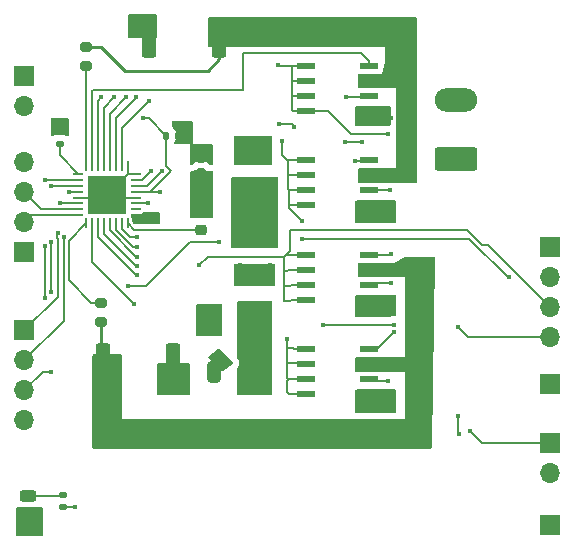
<source format=gbr>
%TF.GenerationSoftware,KiCad,Pcbnew,8.0.5*%
%TF.CreationDate,2024-10-31T12:59:41-07:00*%
%TF.ProjectId,team6_pcb,7465616d-365f-4706-9362-2e6b69636164,rev?*%
%TF.SameCoordinates,Original*%
%TF.FileFunction,Copper,L1,Top*%
%TF.FilePolarity,Positive*%
%FSLAX46Y46*%
G04 Gerber Fmt 4.6, Leading zero omitted, Abs format (unit mm)*
G04 Created by KiCad (PCBNEW 8.0.5) date 2024-10-31 12:59:41*
%MOMM*%
%LPD*%
G01*
G04 APERTURE LIST*
G04 Aperture macros list*
%AMRoundRect*
0 Rectangle with rounded corners*
0 $1 Rounding radius*
0 $2 $3 $4 $5 $6 $7 $8 $9 X,Y pos of 4 corners*
0 Add a 4 corners polygon primitive as box body*
4,1,4,$2,$3,$4,$5,$6,$7,$8,$9,$2,$3,0*
0 Add four circle primitives for the rounded corners*
1,1,$1+$1,$2,$3*
1,1,$1+$1,$4,$5*
1,1,$1+$1,$6,$7*
1,1,$1+$1,$8,$9*
0 Add four rect primitives between the rounded corners*
20,1,$1+$1,$2,$3,$4,$5,0*
20,1,$1+$1,$4,$5,$6,$7,0*
20,1,$1+$1,$6,$7,$8,$9,0*
20,1,$1+$1,$8,$9,$2,$3,0*%
G04 Aperture macros list end*
%TA.AperFunction,SMDPad,CuDef*%
%ADD10RoundRect,0.135000X0.185000X-0.135000X0.185000X0.135000X-0.185000X0.135000X-0.185000X-0.135000X0*%
%TD*%
%TA.AperFunction,ComponentPad*%
%ADD11RoundRect,0.250000X1.550000X-0.750000X1.550000X0.750000X-1.550000X0.750000X-1.550000X-0.750000X0*%
%TD*%
%TA.AperFunction,ComponentPad*%
%ADD12O,3.600000X2.000000*%
%TD*%
%TA.AperFunction,SMDPad,CuDef*%
%ADD13RoundRect,0.250000X-0.325000X-0.650000X0.325000X-0.650000X0.325000X0.650000X-0.325000X0.650000X0*%
%TD*%
%TA.AperFunction,SMDPad,CuDef*%
%ADD14R,1.500000X0.600000*%
%TD*%
%TA.AperFunction,SMDPad,CuDef*%
%ADD15RoundRect,0.250000X-0.362500X-1.425000X0.362500X-1.425000X0.362500X1.425000X-0.362500X1.425000X0*%
%TD*%
%TA.AperFunction,ComponentPad*%
%ADD16R,1.700000X1.700000*%
%TD*%
%TA.AperFunction,ComponentPad*%
%ADD17O,1.700000X1.700000*%
%TD*%
%TA.AperFunction,SMDPad,CuDef*%
%ADD18RoundRect,0.243750X0.456250X-0.243750X0.456250X0.243750X-0.456250X0.243750X-0.456250X-0.243750X0*%
%TD*%
%TA.AperFunction,SMDPad,CuDef*%
%ADD19RoundRect,0.250000X0.650000X-0.325000X0.650000X0.325000X-0.650000X0.325000X-0.650000X-0.325000X0*%
%TD*%
%TA.AperFunction,SMDPad,CuDef*%
%ADD20RoundRect,0.140000X-0.170000X0.140000X-0.170000X-0.140000X0.170000X-0.140000X0.170000X0.140000X0*%
%TD*%
%TA.AperFunction,SMDPad,CuDef*%
%ADD21RoundRect,0.200000X0.275000X-0.200000X0.275000X0.200000X-0.275000X0.200000X-0.275000X-0.200000X0*%
%TD*%
%TA.AperFunction,SMDPad,CuDef*%
%ADD22RoundRect,0.140000X0.140000X0.170000X-0.140000X0.170000X-0.140000X-0.170000X0.140000X-0.170000X0*%
%TD*%
%TA.AperFunction,SMDPad,CuDef*%
%ADD23RoundRect,0.225000X-0.250000X0.225000X-0.250000X-0.225000X0.250000X-0.225000X0.250000X0.225000X0*%
%TD*%
%TA.AperFunction,SMDPad,CuDef*%
%ADD24RoundRect,0.250000X-0.650000X0.325000X-0.650000X-0.325000X0.650000X-0.325000X0.650000X0.325000X0*%
%TD*%
%TA.AperFunction,SMDPad,CuDef*%
%ADD25RoundRect,0.200000X-0.275000X0.200000X-0.275000X-0.200000X0.275000X-0.200000X0.275000X0.200000X0*%
%TD*%
%TA.AperFunction,SMDPad,CuDef*%
%ADD26RoundRect,0.062500X-0.062500X0.375000X-0.062500X-0.375000X0.062500X-0.375000X0.062500X0.375000X0*%
%TD*%
%TA.AperFunction,SMDPad,CuDef*%
%ADD27RoundRect,0.062500X-0.375000X0.062500X-0.375000X-0.062500X0.375000X-0.062500X0.375000X0.062500X0*%
%TD*%
%TA.AperFunction,HeatsinkPad*%
%ADD28C,0.500000*%
%TD*%
%TA.AperFunction,HeatsinkPad*%
%ADD29R,3.300000X3.300000*%
%TD*%
%TA.AperFunction,SMDPad,CuDef*%
%ADD30RoundRect,0.250000X0.362500X1.425000X-0.362500X1.425000X-0.362500X-1.425000X0.362500X-1.425000X0*%
%TD*%
%TA.AperFunction,ViaPad*%
%ADD31C,0.450000*%
%TD*%
%TA.AperFunction,Conductor*%
%ADD32C,0.200000*%
%TD*%
%TA.AperFunction,Conductor*%
%ADD33C,0.254000*%
%TD*%
G04 APERTURE END LIST*
D10*
%TO.P,R3,1,1*%
%TO.N,VCC_IO*%
X109781250Y-114457500D03*
%TO.P,R3,2,2*%
%TO.N,Net-(D1-A)*%
X109781250Y-113437500D03*
%TD*%
D11*
%TO.P,P9,1,Pin_1*%
%TO.N,VM*%
X143000000Y-85000000D03*
D12*
%TO.P,P9,2,Pin_2*%
%TO.N,GND*%
X143000000Y-80000000D03*
%TD*%
D13*
%TO.P,C8,1,1*%
%TO.N,GND*%
X122525000Y-99000000D03*
%TO.P,C8,2,2*%
%TO.N,VM*%
X125475000Y-99000000D03*
%TD*%
D14*
%TO.P,Q3,1,S*%
%TO.N,VM*%
X135700000Y-104905000D03*
%TO.P,Q3,2,G1*%
%TO.N,HB2*%
X135700000Y-103635000D03*
%TO.P,Q3,3,S2*%
%TO.N,SRB*%
X135700000Y-102365000D03*
%TO.P,Q3,4,G2*%
%TO.N,LB2*%
X135700000Y-101095000D03*
%TO.P,Q3,5,D2_1*%
%TO.N,B2*%
X130300000Y-101095000D03*
%TO.P,Q3,6,D2_2*%
X130300000Y-102365000D03*
%TO.P,Q3,7,D1_1*%
X130300000Y-103635000D03*
%TO.P,Q3,8,D1_2*%
X130300000Y-104905000D03*
%TD*%
D15*
%TO.P,R5,1,1*%
%TO.N,SRB*%
X113162500Y-102250000D03*
%TO.P,R5,2,2*%
%TO.N,GND*%
X119087500Y-102250000D03*
%TD*%
D16*
%TO.P,P8,1,Pin_1*%
%TO.N,VCC_IO*%
X106437500Y-78000000D03*
D17*
%TO.P,P8,2,Pin_2*%
%TO.N,GND*%
X106437500Y-80540000D03*
%TD*%
D14*
%TO.P,Q4,1,S*%
%TO.N,VM*%
X135700000Y-96905000D03*
%TO.P,Q4,2,G1*%
%TO.N,HB1*%
X135700000Y-95635000D03*
%TO.P,Q4,3,S2*%
%TO.N,SRB*%
X135700000Y-94365000D03*
%TO.P,Q4,4,G2*%
%TO.N,LB1*%
X135700000Y-93095000D03*
%TO.P,Q4,5,D2_1*%
%TO.N,B1*%
X130300000Y-93095000D03*
%TO.P,Q4,6,D2_2*%
X130300000Y-94365000D03*
%TO.P,Q4,7,D1_1*%
X130300000Y-95635000D03*
%TO.P,Q4,8,D1_2*%
X130300000Y-96905000D03*
%TD*%
%TO.P,Q1,1,S*%
%TO.N,VM*%
X135700000Y-80905000D03*
%TO.P,Q1,2,G1*%
%TO.N,HA2*%
X135700000Y-79635000D03*
%TO.P,Q1,3,S2*%
%TO.N,SRA*%
X135700000Y-78365000D03*
%TO.P,Q1,4,G2*%
%TO.N,LA2*%
X135700000Y-77095000D03*
%TO.P,Q1,5,D2_1*%
%TO.N,A2*%
X130300000Y-77095000D03*
%TO.P,Q1,6,D2_2*%
X130300000Y-78365000D03*
%TO.P,Q1,7,D1_1*%
X130300000Y-79635000D03*
%TO.P,Q1,8,D1_2*%
X130300000Y-80905000D03*
%TD*%
D16*
%TO.P,P2,1,Pin_1*%
%TO.N,Net-(IC1-DIR)*%
X151000000Y-109000000D03*
D17*
%TO.P,P2,2,Pin_2*%
%TO.N,Net-(IC1-STEP)*%
X151000000Y-111540000D03*
%TD*%
D18*
%TO.P,D1,1,K*%
%TO.N,GND*%
X106781250Y-115375000D03*
%TO.P,D1,2,A*%
%TO.N,Net-(D1-A)*%
X106781250Y-113500000D03*
%TD*%
D19*
%TO.P,C6,1,1*%
%TO.N,GND*%
X126000000Y-94475000D03*
%TO.P,C6,2,2*%
%TO.N,VM*%
X126000000Y-91525000D03*
%TD*%
D20*
%TO.P,C2,1,1*%
%TO.N,GND*%
X109474000Y-82730400D03*
%TO.P,C2,2,2*%
%TO.N,Net-(IC1-5V_OUT)*%
X109474000Y-83690400D03*
%TD*%
D16*
%TO.P,P3,1,Pin_1*%
%TO.N,SG_TEST*%
X106451400Y-92887800D03*
D17*
%TO.P,P3,2,Pin_2*%
%TO.N,CLK16*%
X106451400Y-90347800D03*
%TO.P,P3,3,Pin_3*%
%TO.N,DRV_EN*%
X106451400Y-87807800D03*
%TO.P,P3,4,Pin_4*%
%TO.N,GND*%
X106451400Y-85267800D03*
%TD*%
D20*
%TO.P,C4,1,1*%
%TO.N,GND*%
X121437500Y-85040000D03*
%TO.P,C4,2,2*%
%TO.N,VM*%
X121437500Y-86000000D03*
%TD*%
D21*
%TO.P,R1,1,1*%
%TO.N,Net-(IC1-SRA)*%
X111683800Y-77152000D03*
%TO.P,R1,2,2*%
%TO.N,SRA*%
X111683800Y-75502000D03*
%TD*%
D16*
%TO.P,P10,1,Pin_1*%
%TO.N,A2*%
X151000000Y-92460000D03*
D17*
%TO.P,P10,2,Pin_2*%
%TO.N,A1*%
X151000000Y-95000000D03*
%TO.P,P10,3,Pin_3*%
%TO.N,B1*%
X151000000Y-97540000D03*
%TO.P,P10,4,Pin_4*%
%TO.N,B2*%
X151000000Y-100080000D03*
%TD*%
D16*
%TO.P,P5,1,Pin_1*%
%TO.N,GND*%
X151000000Y-116000000D03*
%TD*%
D22*
%TO.P,C3,1,1*%
%TO.N,GND*%
X119480000Y-83000000D03*
%TO.P,C3,2,2*%
%TO.N,VCC_IO*%
X118520000Y-83000000D03*
%TD*%
D23*
%TO.P,C1,1,1*%
%TO.N,VM*%
X121437500Y-89450000D03*
%TO.P,C1,2,2*%
%TO.N,Net-(IC1-VHS)*%
X121437500Y-91000000D03*
%TD*%
D13*
%TO.P,C7,1,1*%
%TO.N,GND*%
X122525000Y-103000000D03*
%TO.P,C7,2,2*%
%TO.N,VM*%
X125475000Y-103000000D03*
%TD*%
D16*
%TO.P,P4,1,Pin_1*%
%TO.N,GND*%
X151000000Y-104000000D03*
%TD*%
D24*
%TO.P,C5,1,1*%
%TO.N,GND*%
X126000000Y-84525000D03*
%TO.P,C5,2,2*%
%TO.N,VM*%
X126000000Y-87475000D03*
%TD*%
D16*
%TO.P,P1,1,Pin_1*%
%TO.N,CSN*%
X106500000Y-99450000D03*
D17*
%TO.P,P1,2,Pin_2*%
%TO.N,SCK*%
X106500000Y-101990000D03*
%TO.P,P1,3,Pin_3*%
%TO.N,SDI*%
X106500000Y-104530000D03*
%TO.P,P1,4,Pin_4*%
%TO.N,SDO*%
X106500000Y-107070000D03*
%TD*%
D25*
%TO.P,R2,1,1*%
%TO.N,Net-(IC1-SRB)*%
X113000000Y-97175000D03*
%TO.P,R2,2,2*%
%TO.N,SRB*%
X113000000Y-98825000D03*
%TD*%
D26*
%TO.P,IC1,1,GND_1*%
%TO.N,GND*%
X115229200Y-85565500D03*
%TO.P,IC1,2,HA1*%
%TO.N,HA1*%
X114729200Y-85565500D03*
%TO.P,IC1,3,HA2*%
%TO.N,HA2*%
X114229200Y-85565500D03*
%TO.P,IC1,4,BMA2*%
%TO.N,A2*%
X113729200Y-85565500D03*
%TO.P,IC1,5,BMA1*%
%TO.N,A1*%
X113229200Y-85565500D03*
%TO.P,IC1,6,LA1*%
%TO.N,LA1*%
X112729200Y-85565500D03*
%TO.P,IC1,7,LA2*%
%TO.N,LA2*%
X112229200Y-85565500D03*
%TO.P,IC1,8,SRA*%
%TO.N,Net-(IC1-SRA)*%
X111729200Y-85565500D03*
D27*
%TO.P,IC1,9,5V_OUT*%
%TO.N,Net-(IC1-5V_OUT)*%
X111041700Y-86253000D03*
%TO.P,IC1,10,SDO*%
%TO.N,SDO*%
X111041700Y-86753000D03*
%TO.P,IC1,11,SDI*%
%TO.N,SDI*%
X111041700Y-87253000D03*
%TO.P,IC1,12,SCK*%
%TO.N,SCK*%
X111041700Y-87753000D03*
%TO.P,IC1,13,GND_2*%
%TO.N,GND*%
X111041700Y-88253000D03*
%TO.P,IC1,14,~{CS}*%
%TO.N,CSN*%
X111041700Y-88753000D03*
%TO.P,IC1,15,~{EN}*%
%TO.N,DRV_EN*%
X111041700Y-89253000D03*
%TO.P,IC1,16,CLK*%
%TO.N,CLK16*%
X111041700Y-89753000D03*
D26*
%TO.P,IC1,17,SRB*%
%TO.N,Net-(IC1-SRB)*%
X111729200Y-90440500D03*
%TO.P,IC1,18,LB2*%
%TO.N,LB2*%
X112229200Y-90440500D03*
%TO.P,IC1,19,LB1*%
%TO.N,LB1*%
X112729200Y-90440500D03*
%TO.P,IC1,20,BMB1*%
%TO.N,B1*%
X113229200Y-90440500D03*
%TO.P,IC1,21,BMB2*%
%TO.N,B2*%
X113729200Y-90440500D03*
%TO.P,IC1,22,HB2*%
%TO.N,HB2*%
X114229200Y-90440500D03*
%TO.P,IC1,23,HB1*%
%TO.N,HB1*%
X114729200Y-90440500D03*
%TO.P,IC1,24,VHS*%
%TO.N,Net-(IC1-VHS)*%
X115229200Y-90440500D03*
D27*
%TO.P,IC1,25,VS*%
%TO.N,VM*%
X115916700Y-89753000D03*
%TO.P,IC1,26,TST_ANA*%
%TO.N,unconnected-(IC1-TST_ANA-Pad26)*%
X115916700Y-89253000D03*
%TO.P,IC1,27,SG_TST*%
%TO.N,SG_TEST*%
X115916700Y-88753000D03*
%TO.P,IC1,28,GNDP*%
%TO.N,GND*%
X115916700Y-88253000D03*
%TO.P,IC1,29,VCC_IO*%
%TO.N,VCC_IO*%
X115916700Y-87753000D03*
%TO.P,IC1,30,DIR*%
%TO.N,Net-(IC1-DIR)*%
X115916700Y-87253000D03*
%TO.P,IC1,31,STEP*%
%TO.N,Net-(IC1-STEP)*%
X115916700Y-86753000D03*
%TO.P,IC1,32,TST_MODE*%
%TO.N,GND*%
X115916700Y-86253000D03*
D28*
%TO.P,IC1,33,GND_PAD*%
X114479200Y-87003000D03*
X113479200Y-87003000D03*
X112479200Y-87003000D03*
X114479200Y-88003000D03*
X113479200Y-88003000D03*
D29*
X113479200Y-88003000D03*
D28*
X112479200Y-88003000D03*
X114479200Y-89003000D03*
X113479200Y-89003000D03*
X112479200Y-89003000D03*
%TD*%
D14*
%TO.P,Q2,1,S*%
%TO.N,VM*%
X135700000Y-88905000D03*
%TO.P,Q2,2,G1*%
%TO.N,HA1*%
X135700000Y-87635000D03*
%TO.P,Q2,3,S2*%
%TO.N,SRA*%
X135700000Y-86365000D03*
%TO.P,Q2,4,G2*%
%TO.N,LA1*%
X135700000Y-85095000D03*
%TO.P,Q2,5,D2_1*%
%TO.N,A1*%
X130300000Y-85095000D03*
%TO.P,Q2,6,D2_2*%
X130300000Y-86365000D03*
%TO.P,Q2,7,D1_1*%
X130300000Y-87635000D03*
%TO.P,Q2,8,D1_2*%
X130300000Y-88905000D03*
%TD*%
D30*
%TO.P,R4,1,1*%
%TO.N,SRA*%
X122962500Y-74750000D03*
%TO.P,R4,2,2*%
%TO.N,GND*%
X117037500Y-74750000D03*
%TD*%
D31*
%TO.N,GND*%
X107281250Y-116437500D03*
X120250000Y-82250000D03*
X121750000Y-84250000D03*
X124750000Y-84250000D03*
X121500000Y-98250000D03*
X123000000Y-101500000D03*
X119750000Y-104250000D03*
X121000000Y-84250000D03*
X116000000Y-74500000D03*
X109750000Y-82000000D03*
X122500000Y-101750000D03*
X120250000Y-102750000D03*
X109250000Y-82000000D03*
X120250000Y-103500000D03*
X123250000Y-102000000D03*
X121500000Y-99000000D03*
X115750000Y-73000000D03*
X123500000Y-102500000D03*
X124750000Y-85000000D03*
X122750000Y-97750000D03*
X122000000Y-97750000D03*
X118500000Y-104250000D03*
X115750000Y-74000000D03*
X124750000Y-94000000D03*
X118000000Y-102750000D03*
X118000000Y-103500000D03*
X119500000Y-82250000D03*
X116000000Y-73500000D03*
X124750000Y-83500000D03*
X127250000Y-95250000D03*
X106281250Y-116437500D03*
X124750000Y-95250000D03*
X121500000Y-99750000D03*
X120250000Y-83000000D03*
X127250000Y-94000000D03*
%TO.N,VM*%
X121000000Y-88500000D03*
X135000000Y-106000000D03*
X137000000Y-82000000D03*
X135000000Y-90000000D03*
X136000000Y-98000000D03*
X137000000Y-105000000D03*
X124500000Y-87000000D03*
X127000000Y-104000000D03*
X127000000Y-102000000D03*
X127500000Y-88000000D03*
X122000000Y-87000000D03*
X117250000Y-90000000D03*
X126500000Y-88500000D03*
X126000000Y-97500000D03*
X126500000Y-90500000D03*
X137000000Y-89000000D03*
X121000000Y-87000000D03*
X121500000Y-88000000D03*
X136000000Y-90000000D03*
X127000000Y-100000000D03*
X127500000Y-92000000D03*
X137500000Y-97500000D03*
X137000000Y-97000000D03*
X137000000Y-106000000D03*
X127000000Y-103000000D03*
X125000000Y-97500000D03*
X127000000Y-98000000D03*
X136000000Y-106000000D03*
X122000000Y-88500000D03*
X137000000Y-81000000D03*
X124500000Y-92000000D03*
X135000000Y-82000000D03*
X125500000Y-90500000D03*
X137000000Y-98000000D03*
X137500000Y-105500000D03*
X127500000Y-91000000D03*
X127000000Y-99000000D03*
X135000000Y-98000000D03*
X126000000Y-104500000D03*
X125000000Y-104500000D03*
X127500000Y-87000000D03*
X124500000Y-88000000D03*
X125500000Y-101500000D03*
X124500000Y-91000000D03*
X125500000Y-100500000D03*
X137000000Y-90000000D03*
X125500000Y-88500000D03*
X137500000Y-89500000D03*
X137500000Y-81500000D03*
X136000000Y-82000000D03*
%TO.N,VCC_IO*%
X116535200Y-81508600D03*
X123000000Y-92000000D03*
X110781250Y-114437500D03*
X118000000Y-87750000D03*
X115250000Y-95750000D03*
%TO.N,HB2*%
X137250000Y-103750000D03*
X116000000Y-92400003D03*
%TO.N,A1*%
X130000000Y-90250000D03*
X114084465Y-79771800D03*
X147500000Y-95000000D03*
X128320800Y-83464400D03*
X130000000Y-91725000D03*
%TO.N,SDI*%
X108776098Y-91981063D03*
X108775000Y-87278000D03*
X108775000Y-96250000D03*
X108775000Y-103000000D03*
%TO.N,LA1*%
X134467600Y-85115400D03*
X113004600Y-79771800D03*
%TO.N,Net-(IC1-DIR)*%
X144246600Y-108000800D03*
X118160800Y-85979000D03*
%TO.N,SG_TEST*%
X117000000Y-88750000D03*
%TO.N,Net-(IC1-STEP)*%
X117221000Y-86004400D03*
%TO.N,LB2*%
X137775007Y-99649521D03*
X115750000Y-97250000D03*
X143225000Y-106750000D03*
X143250000Y-108250000D03*
%TO.N,HB1*%
X116000000Y-91600000D03*
X137500000Y-95500000D03*
%TO.N,SDO*%
X108250000Y-92362800D03*
X108250000Y-96750000D03*
X108250000Y-86750000D03*
%TO.N,A2*%
X137312400Y-82900000D03*
X127939800Y-76987400D03*
X115112800Y-79771800D03*
%TO.N,SCK*%
X109815621Y-91624843D03*
X110250000Y-87778000D03*
%TO.N,B2*%
X137750000Y-99000000D03*
X116000000Y-93250000D03*
X131750000Y-99000000D03*
X128750000Y-100250000D03*
X143225000Y-99250000D03*
%TO.N,CSN*%
X109487200Y-88728000D03*
X109300000Y-91229073D03*
%TO.N,B1*%
X116000000Y-94050003D03*
X121250000Y-94000000D03*
%TO.N,HA2*%
X133756400Y-79730600D03*
X129362200Y-82270600D03*
X128025600Y-82042000D03*
X115951000Y-79771800D03*
%TO.N,HA1*%
X133629400Y-83566000D03*
X137439400Y-87579200D03*
X135102600Y-83566000D03*
X117043200Y-80060800D03*
%TO.N,LB1*%
X116000000Y-94850006D03*
X137500000Y-93000000D03*
%TD*%
D32*
%TO.N,Net-(IC1-5V_OUT)*%
X109474000Y-84685300D02*
X111041700Y-86253000D01*
X109474000Y-83690400D02*
X109474000Y-84685300D01*
%TO.N,GND*%
X111041700Y-88253000D02*
X112229200Y-88253000D01*
X114479200Y-87003000D02*
X115229200Y-86253000D01*
X115229200Y-86253000D02*
X115916700Y-86253000D01*
X115916700Y-88253000D02*
X114729200Y-88253000D01*
X112229200Y-88253000D02*
X112479200Y-88003000D01*
X115229200Y-86253000D02*
X115229200Y-85565500D01*
X114729200Y-88253000D02*
X114479200Y-88003000D01*
%TO.N,Net-(IC1-VHS)*%
X115788700Y-91000000D02*
X121437500Y-91000000D01*
X115229200Y-90440500D02*
X115788700Y-91000000D01*
%TO.N,VCC_IO*%
X109781250Y-114457500D02*
X110761250Y-114457500D01*
X120500000Y-92000000D02*
X123000000Y-92000000D01*
X118520000Y-85576200D02*
X118520000Y-83000000D01*
X115916700Y-87753000D02*
X117148800Y-87753000D01*
X117151800Y-87750000D02*
X117148800Y-87753000D01*
X115250000Y-95750000D02*
X116750000Y-95750000D01*
X118520000Y-83000000D02*
X117028600Y-81508600D01*
X110761250Y-114457500D02*
X110781250Y-114437500D01*
X116750000Y-95750000D02*
X120500000Y-92000000D01*
X118922800Y-85979000D02*
X118520000Y-85576200D01*
X117148800Y-87753000D02*
X118922800Y-85979000D01*
X118000000Y-87750000D02*
X117151800Y-87750000D01*
X117028600Y-81508600D02*
X116535200Y-81508600D01*
%TO.N,Net-(D1-A)*%
X109718750Y-113500000D02*
X109781250Y-113437500D01*
X106781250Y-113500000D02*
X109718750Y-113500000D01*
%TO.N,HB2*%
X135815000Y-103750000D02*
X135700000Y-103635000D01*
X137250000Y-103750000D02*
X135815000Y-103750000D01*
X115671131Y-92400003D02*
X116000000Y-92400003D01*
X114229200Y-90958072D02*
X115671131Y-92400003D01*
X114229200Y-90440500D02*
X114229200Y-90958072D01*
%TO.N,A1*%
X128879600Y-87655400D02*
X128879600Y-88925400D01*
X113229200Y-80627065D02*
X114084465Y-79771800D01*
X128778000Y-86258400D02*
X128778000Y-87553800D01*
X128798400Y-85095000D02*
X130300000Y-85095000D01*
X128879600Y-88925400D02*
X128900000Y-88905000D01*
X128778000Y-85115400D02*
X128778000Y-86258400D01*
X128859200Y-87635000D02*
X130300000Y-87635000D01*
X128884600Y-86365000D02*
X130300000Y-86365000D01*
X113229200Y-85565500D02*
X113229200Y-80627065D01*
X128320800Y-83464400D02*
X128320800Y-84658200D01*
X128320800Y-84658200D02*
X128778000Y-85115400D01*
X128879600Y-88925400D02*
X128879600Y-89129600D01*
X128879600Y-89129600D02*
X130000000Y-90250000D01*
X130000000Y-91725000D02*
X144159314Y-91725000D01*
X144159314Y-91725000D02*
X147434314Y-95000000D01*
X128900000Y-88905000D02*
X130300000Y-88905000D01*
X147434314Y-95000000D02*
X147500000Y-95000000D01*
X128778000Y-85115400D02*
X128798400Y-85095000D01*
X128778000Y-86258400D02*
X128884600Y-86365000D01*
X128778000Y-87553800D02*
X128859200Y-87635000D01*
X128859200Y-87635000D02*
X128879600Y-87655400D01*
%TO.N,SDI*%
X108030000Y-103000000D02*
X106500000Y-104530000D01*
X108776098Y-96251098D02*
X108775000Y-96250000D01*
X108775000Y-103000000D02*
X108030000Y-103000000D01*
X108800000Y-87253000D02*
X108775000Y-87278000D01*
X108776098Y-96353768D02*
X108776098Y-96251098D01*
X108776098Y-91981063D02*
X108776098Y-95039588D01*
X111041700Y-87253000D02*
X108800000Y-87253000D01*
X108776098Y-95039588D02*
X108776098Y-96353768D01*
%TO.N,LA1*%
X112729200Y-85565500D02*
X112729200Y-80047200D01*
X135679600Y-85115400D02*
X135700000Y-85095000D01*
X112729200Y-80047200D02*
X113004600Y-79771800D01*
X134467600Y-85115400D02*
X135679600Y-85115400D01*
%TO.N,Net-(IC1-DIR)*%
X115916700Y-87253000D02*
X116886800Y-87253000D01*
X116886800Y-87253000D02*
X118160800Y-85979000D01*
X145245800Y-109000000D02*
X151000000Y-109000000D01*
X144246600Y-108000800D02*
X145245800Y-109000000D01*
%TO.N,SG_TEST*%
X116997000Y-88753000D02*
X117000000Y-88750000D01*
X115916700Y-88753000D02*
X116997000Y-88753000D01*
%TO.N,CLK16*%
X111041700Y-89753000D02*
X107046200Y-89753000D01*
X107046200Y-89753000D02*
X106451400Y-90347800D01*
%TO.N,Net-(IC1-STEP)*%
X115916700Y-86753000D02*
X116472400Y-86753000D01*
X116472400Y-86753000D02*
X117221000Y-86004400D01*
%TO.N,Net-(IC1-SRB)*%
X111729200Y-90440500D02*
X110250000Y-91919700D01*
X110250000Y-95250000D02*
X112175000Y-97175000D01*
X112175000Y-97175000D02*
X113000000Y-97175000D01*
X110250000Y-91919700D02*
X110250000Y-95250000D01*
%TO.N,LB2*%
X112229200Y-90440500D02*
X112229200Y-93729200D01*
X143225000Y-106750000D02*
X143225000Y-108225000D01*
X112229200Y-93729200D02*
X115750000Y-97250000D01*
X136329528Y-101095000D02*
X137775007Y-99649521D01*
X135700000Y-101095000D02*
X136329528Y-101095000D01*
X143225000Y-108225000D02*
X143250000Y-108250000D01*
%TO.N,HB1*%
X137500000Y-95500000D02*
X135835000Y-95500000D01*
X114729200Y-90892386D02*
X115436814Y-91600000D01*
X115436814Y-91600000D02*
X116000000Y-91600000D01*
X114729200Y-90440500D02*
X114729200Y-90892386D01*
X135835000Y-95500000D02*
X135700000Y-95635000D01*
%TO.N,SDO*%
X108253000Y-86753000D02*
X108250000Y-86750000D01*
X108250000Y-95000000D02*
X108250000Y-96750000D01*
X108250000Y-92362800D02*
X108250000Y-95000000D01*
X111041700Y-86753000D02*
X108253000Y-86753000D01*
%TO.N,LA2*%
X112217200Y-85553500D02*
X112229200Y-85565500D01*
X125000000Y-76000000D02*
X125000000Y-79171800D01*
X125000000Y-79171800D02*
X112292000Y-79171800D01*
X112217200Y-79246600D02*
X112217200Y-85553500D01*
X135700000Y-76700000D02*
X135000000Y-76000000D01*
X112292000Y-79171800D02*
X112217200Y-79246600D01*
X135700000Y-77095000D02*
X135700000Y-76700000D01*
X135000000Y-76000000D02*
X125000000Y-76000000D01*
%TO.N,A2*%
X132213000Y-80905000D02*
X134137400Y-82829400D01*
X137241800Y-82829400D02*
X137312400Y-82900000D01*
X129165000Y-79635000D02*
X129165000Y-80854200D01*
X129159000Y-79629000D02*
X129165000Y-79635000D01*
X129178400Y-78365000D02*
X130300000Y-78365000D01*
X113729200Y-81155400D02*
X115112800Y-79771800D01*
X128047400Y-77095000D02*
X129184400Y-77095000D01*
X129184400Y-78359000D02*
X129178400Y-78365000D01*
X129165000Y-80854200D02*
X129215800Y-80905000D01*
X129178400Y-78365000D02*
X129178400Y-79609600D01*
X129215800Y-80905000D02*
X130300000Y-80905000D01*
X129184400Y-77095000D02*
X130300000Y-77095000D01*
X113729200Y-85565500D02*
X113729200Y-81155400D01*
X129165000Y-79635000D02*
X130300000Y-79635000D01*
X129184400Y-77095000D02*
X129184400Y-78359000D01*
X130300000Y-80905000D02*
X132213000Y-80905000D01*
X127939800Y-76987400D02*
X128047400Y-77095000D01*
X129178400Y-79609600D02*
X129159000Y-79629000D01*
X134137400Y-82829400D02*
X137241800Y-82829400D01*
%TO.N,SCK*%
X110275000Y-87753000D02*
X110250000Y-87778000D01*
X109815621Y-91624843D02*
X109815621Y-98674379D01*
X109815621Y-98674379D02*
X106500000Y-101990000D01*
X111041700Y-87753000D02*
X110275000Y-87753000D01*
%TO.N,B2*%
X144055000Y-100080000D02*
X151000000Y-100080000D01*
X130185000Y-102250000D02*
X130300000Y-102365000D01*
X128750000Y-100250000D02*
X128750000Y-101000000D01*
X128750000Y-101000000D02*
X129250000Y-101000000D01*
X143225000Y-99250000D02*
X144055000Y-100080000D01*
X128750000Y-102250000D02*
X128750000Y-103500000D01*
X128750000Y-101000000D02*
X128750000Y-102250000D01*
X128750000Y-103500000D02*
X128885000Y-103635000D01*
X113729200Y-91023758D02*
X115955442Y-93250000D01*
X128885000Y-103635000D02*
X128750000Y-103770000D01*
X129345000Y-101095000D02*
X130300000Y-101095000D01*
X128750000Y-102250000D02*
X130185000Y-102250000D01*
X115955442Y-93250000D02*
X116000000Y-93250000D01*
X128750000Y-103770000D02*
X128750000Y-104750000D01*
X129250000Y-101000000D02*
X129345000Y-101095000D01*
X128750000Y-104750000D02*
X128905000Y-104905000D01*
X128905000Y-104905000D02*
X130300000Y-104905000D01*
X113729200Y-90440500D02*
X113729200Y-91023758D01*
X131750000Y-99000000D02*
X137750000Y-99000000D01*
X128885000Y-103635000D02*
X130300000Y-103635000D01*
%TO.N,Net-(IC1-SRA)*%
X111683800Y-85520100D02*
X111729200Y-85565500D01*
X111683800Y-77152000D02*
X111683800Y-85520100D01*
%TO.N,CSN*%
X109300000Y-91229073D02*
X109250000Y-91279073D01*
X109512200Y-88753000D02*
X109487200Y-88728000D01*
X109250000Y-91279073D02*
X109250000Y-91712502D01*
X109250000Y-91712502D02*
X109301098Y-91763600D01*
X109301098Y-96648902D02*
X106500000Y-99450000D01*
X111041700Y-88753000D02*
X109512200Y-88753000D01*
X109301098Y-91763600D02*
X109301098Y-96648902D01*
%TO.N,B1*%
X121250000Y-94000000D02*
X122000000Y-93250000D01*
X113229200Y-90440500D02*
X113229200Y-91327729D01*
X129000000Y-97000000D02*
X129095000Y-96905000D01*
X113229200Y-91327729D02*
X115951474Y-94050003D01*
X128500000Y-95750000D02*
X128500000Y-97000000D01*
X128500000Y-94500000D02*
X128500000Y-95750000D01*
X144000000Y-91000000D02*
X145250000Y-92250000D01*
X115951474Y-94050003D02*
X116000000Y-94050003D01*
X128500000Y-95750000D02*
X129000000Y-95750000D01*
X122000000Y-93250000D02*
X128500000Y-93250000D01*
X128500000Y-97000000D02*
X129000000Y-97000000D01*
X129095000Y-96905000D02*
X130300000Y-96905000D01*
X128500000Y-93250000D02*
X128655000Y-93095000D01*
X128750000Y-94500000D02*
X128885000Y-94365000D01*
X128500000Y-93250000D02*
X128500000Y-94500000D01*
X128655000Y-93095000D02*
X130300000Y-93095000D01*
X145710000Y-92250000D02*
X151000000Y-97540000D01*
X129000000Y-92750000D02*
X129000000Y-91000000D01*
X128500000Y-94500000D02*
X128750000Y-94500000D01*
X145250000Y-92250000D02*
X145710000Y-92250000D01*
X129000000Y-91000000D02*
X144000000Y-91000000D01*
X129115000Y-95635000D02*
X130300000Y-95635000D01*
X128655000Y-93095000D02*
X129000000Y-92750000D01*
X129000000Y-95750000D02*
X129115000Y-95635000D01*
X128885000Y-94365000D02*
X130300000Y-94365000D01*
%TO.N,HA2*%
X128025600Y-82042000D02*
X129133600Y-82042000D01*
X115951000Y-79782129D02*
X115951000Y-79771800D01*
X114229200Y-81503929D02*
X115951000Y-79782129D01*
X135604400Y-79730600D02*
X135700000Y-79635000D01*
X129133600Y-82042000D02*
X129362200Y-82270600D01*
X114229200Y-85565500D02*
X114229200Y-81503929D01*
X133756400Y-79730600D02*
X135604400Y-79730600D01*
%TO.N,HA1*%
X135700000Y-87635000D02*
X137383600Y-87635000D01*
X114729200Y-82374800D02*
X114729200Y-85565500D01*
X137383600Y-87635000D02*
X137439400Y-87579200D01*
X117043200Y-80060800D02*
X114729200Y-82374800D01*
X135102600Y-83566000D02*
X133629400Y-83566000D01*
%TO.N,LB1*%
X137405000Y-93095000D02*
X137500000Y-93000000D01*
X112729200Y-91627732D02*
X112729200Y-90440500D01*
X116000000Y-94850006D02*
X115951474Y-94850006D01*
X135700000Y-93095000D02*
X137405000Y-93095000D01*
X115951474Y-94850006D02*
X112729200Y-91627732D01*
%TO.N,DRV_EN*%
X107896600Y-89253000D02*
X106451400Y-87807800D01*
X111041700Y-89253000D02*
X107896600Y-89253000D01*
D33*
%TO.N,SRA*%
X122000000Y-77500000D02*
X122962500Y-76537500D01*
X113002000Y-75502000D02*
X115000000Y-77500000D01*
X122962500Y-76537500D02*
X122962500Y-74750000D01*
X115000000Y-77500000D02*
X122000000Y-77500000D01*
X111683800Y-75502000D02*
X113002000Y-75502000D01*
%TO.N,SRB*%
X113162500Y-102087500D02*
X113000000Y-101925000D01*
X113162500Y-102250000D02*
X113162500Y-102087500D01*
X113000000Y-102087500D02*
X113162500Y-102250000D01*
X113000000Y-98825000D02*
X113000000Y-102087500D01*
%TD*%
%TA.AperFunction,Conductor*%
%TO.N,VM*%
G36*
X137943039Y-104519685D02*
G01*
X137988794Y-104572489D01*
X138000000Y-104624000D01*
X138000000Y-106376000D01*
X137980315Y-106443039D01*
X137927511Y-106488794D01*
X137876000Y-106500000D01*
X134624000Y-106500000D01*
X134556961Y-106480315D01*
X134511206Y-106427511D01*
X134500000Y-106376000D01*
X134500000Y-104624000D01*
X134519685Y-104556961D01*
X134572489Y-104511206D01*
X134624000Y-104500000D01*
X137876000Y-104500000D01*
X137943039Y-104519685D01*
G37*
%TD.AperFunction*%
%TD*%
%TA.AperFunction,Conductor*%
%TO.N,GND*%
G36*
X117693039Y-72769685D02*
G01*
X117738794Y-72822489D01*
X117750000Y-72874000D01*
X117750000Y-74626000D01*
X117730315Y-74693039D01*
X117677511Y-74738794D01*
X117626000Y-74750000D01*
X115374000Y-74750000D01*
X115306961Y-74730315D01*
X115261206Y-74677511D01*
X115250000Y-74626000D01*
X115250000Y-72874000D01*
X115269685Y-72806961D01*
X115322489Y-72761206D01*
X115374000Y-72750000D01*
X117626000Y-72750000D01*
X117693039Y-72769685D01*
G37*
%TD.AperFunction*%
%TD*%
%TA.AperFunction,Conductor*%
%TO.N,VM*%
G36*
X137943039Y-96519685D02*
G01*
X137988794Y-96572489D01*
X138000000Y-96624000D01*
X138000000Y-98159320D01*
X137980315Y-98226359D01*
X137927511Y-98272114D01*
X137862118Y-98282540D01*
X137750005Y-98269909D01*
X137749996Y-98269909D01*
X137587544Y-98288212D01*
X137433225Y-98342210D01*
X137372298Y-98380494D01*
X137306326Y-98399500D01*
X134624000Y-98399500D01*
X134556961Y-98379815D01*
X134511206Y-98327011D01*
X134500000Y-98275500D01*
X134500000Y-96624000D01*
X134519685Y-96556961D01*
X134572489Y-96511206D01*
X134624000Y-96500000D01*
X137876000Y-96500000D01*
X137943039Y-96519685D01*
G37*
%TD.AperFunction*%
%TD*%
%TA.AperFunction,Conductor*%
%TO.N,SRA*%
G36*
X139750000Y-86876000D02*
G01*
X139730315Y-86943039D01*
X139677511Y-86988794D01*
X139626000Y-87000000D01*
X134874000Y-87000000D01*
X134806961Y-86980315D01*
X134761206Y-86927511D01*
X134750000Y-86876000D01*
X134750000Y-85874000D01*
X134769685Y-85806961D01*
X134822489Y-85761206D01*
X134874000Y-85750000D01*
X138000000Y-85750000D01*
X138000000Y-79000000D01*
X138000000Y-77750000D01*
X139750000Y-77750000D01*
X139750000Y-86876000D01*
G37*
%TD.AperFunction*%
%TD*%
%TA.AperFunction,Conductor*%
%TO.N,SRB*%
G36*
X139000000Y-103000000D02*
G01*
X134624000Y-103000000D01*
X134556961Y-102980315D01*
X134511206Y-102927511D01*
X134500000Y-102876000D01*
X134500000Y-101874000D01*
X134519685Y-101806961D01*
X134572489Y-101761206D01*
X134624000Y-101750000D01*
X138750000Y-101750000D01*
X139000000Y-101750000D01*
X139000000Y-103000000D01*
G37*
%TD.AperFunction*%
%TD*%
%TA.AperFunction,Conductor*%
%TO.N,VM*%
G36*
X137437539Y-80519685D02*
G01*
X137483294Y-80572489D01*
X137494500Y-80624000D01*
X137494500Y-82051670D01*
X137474815Y-82118709D01*
X137422011Y-82164464D01*
X137356618Y-82174890D01*
X137312405Y-82169909D01*
X137312396Y-82169909D01*
X137149942Y-82188212D01*
X137053554Y-82221941D01*
X137012599Y-82228900D01*
X134624000Y-82228900D01*
X134556961Y-82209215D01*
X134511206Y-82156411D01*
X134500000Y-82104900D01*
X134500000Y-80624000D01*
X134519685Y-80556961D01*
X134572489Y-80511206D01*
X134624000Y-80500000D01*
X137370500Y-80500000D01*
X137437539Y-80519685D01*
G37*
%TD.AperFunction*%
%TD*%
%TA.AperFunction,Conductor*%
%TO.N,SRB*%
G36*
X141191117Y-93269685D02*
G01*
X141236872Y-93322489D01*
X141248063Y-93375907D01*
X141001878Y-109377907D01*
X140981165Y-109444636D01*
X140927663Y-109489573D01*
X140877893Y-109500000D01*
X112374000Y-109500000D01*
X112306961Y-109480315D01*
X112261206Y-109427511D01*
X112250000Y-109376000D01*
X112250000Y-101624000D01*
X112269685Y-101556961D01*
X112322489Y-101511206D01*
X112374000Y-101500000D01*
X114626000Y-101500000D01*
X114693039Y-101519685D01*
X114738794Y-101572489D01*
X114750000Y-101624000D01*
X114750000Y-107000000D01*
X138750000Y-107000000D01*
X138750000Y-103000000D01*
X139000000Y-103000000D01*
X139000000Y-101750000D01*
X138750000Y-101750000D01*
X138750000Y-95000000D01*
X134874000Y-95000000D01*
X134806961Y-94980315D01*
X134761206Y-94927511D01*
X134750000Y-94876000D01*
X134750000Y-93874000D01*
X134769685Y-93806961D01*
X134822489Y-93761206D01*
X134874000Y-93750000D01*
X137750000Y-93750000D01*
X138723818Y-93263090D01*
X138779272Y-93250000D01*
X141124078Y-93250000D01*
X141191117Y-93269685D01*
G37*
%TD.AperFunction*%
%TD*%
%TA.AperFunction,Conductor*%
%TO.N,VM*%
G36*
X127943039Y-86519685D02*
G01*
X127988794Y-86572489D01*
X128000000Y-86624000D01*
X128000000Y-92376000D01*
X127980315Y-92443039D01*
X127927511Y-92488794D01*
X127876000Y-92500000D01*
X124124000Y-92500000D01*
X124056961Y-92480315D01*
X124011206Y-92427511D01*
X124000000Y-92376000D01*
X124000000Y-86624000D01*
X124019685Y-86556961D01*
X124072489Y-86511206D01*
X124124000Y-86500000D01*
X127876000Y-86500000D01*
X127943039Y-86519685D01*
G37*
%TD.AperFunction*%
%TD*%
%TA.AperFunction,Conductor*%
%TO.N,GND*%
G36*
X122443039Y-83769685D02*
G01*
X122488794Y-83822489D01*
X122500000Y-83874000D01*
X122500000Y-85376000D01*
X122480315Y-85443039D01*
X122427511Y-85488794D01*
X122376000Y-85500000D01*
X122204667Y-85500000D01*
X122137628Y-85480315D01*
X122116986Y-85463681D01*
X122003192Y-85349887D01*
X122003184Y-85349881D01*
X121863893Y-85267505D01*
X121863890Y-85267504D01*
X121708497Y-85222357D01*
X121708491Y-85222356D01*
X121672197Y-85219500D01*
X121672190Y-85219500D01*
X121202810Y-85219500D01*
X121202802Y-85219500D01*
X121166508Y-85222356D01*
X121166502Y-85222357D01*
X121011109Y-85267504D01*
X121011106Y-85267505D01*
X120871815Y-85349881D01*
X120871807Y-85349887D01*
X120758014Y-85463681D01*
X120696691Y-85497166D01*
X120670333Y-85500000D01*
X120624000Y-85500000D01*
X120556961Y-85480315D01*
X120511206Y-85427511D01*
X120500000Y-85376000D01*
X120500000Y-83750000D01*
X120750000Y-83750000D01*
X122376000Y-83750000D01*
X122443039Y-83769685D01*
G37*
%TD.AperFunction*%
%TD*%
%TA.AperFunction,Conductor*%
%TO.N,GND*%
G36*
X106071493Y-114443794D02*
G01*
X106119794Y-114459799D01*
X106173475Y-114477587D01*
X106275402Y-114488000D01*
X106275407Y-114488000D01*
X107287093Y-114488000D01*
X107287098Y-114488000D01*
X107389025Y-114477587D01*
X107476183Y-114448706D01*
X107491007Y-114443794D01*
X107530010Y-114437500D01*
X107907250Y-114437500D01*
X107974289Y-114457185D01*
X108020044Y-114509989D01*
X108031250Y-114561500D01*
X108031250Y-116813500D01*
X108011565Y-116880539D01*
X107958761Y-116926294D01*
X107907250Y-116937500D01*
X105905250Y-116937500D01*
X105838211Y-116917815D01*
X105792456Y-116865011D01*
X105781250Y-116813500D01*
X105781250Y-114561500D01*
X105800935Y-114494461D01*
X105853739Y-114448706D01*
X105905250Y-114437500D01*
X106032490Y-114437500D01*
X106071493Y-114443794D01*
G37*
%TD.AperFunction*%
%TD*%
%TA.AperFunction,Conductor*%
%TO.N,GND*%
G36*
X123047693Y-101054840D02*
G01*
X123076045Y-101076045D01*
X124148902Y-102148902D01*
X124182387Y-102210225D01*
X124177403Y-102279917D01*
X124135621Y-102335783D01*
X123336035Y-102935473D01*
X123270593Y-102959949D01*
X123202306Y-102945159D01*
X123173954Y-102923954D01*
X122101097Y-101851097D01*
X122067612Y-101789774D01*
X122072596Y-101720082D01*
X122114377Y-101664217D01*
X122913966Y-101064525D01*
X122979406Y-101040050D01*
X123047693Y-101054840D01*
G37*
%TD.AperFunction*%
%TD*%
%TA.AperFunction,Conductor*%
%TO.N,SRA*%
G36*
X139693039Y-73019685D02*
G01*
X139738794Y-73072489D01*
X139750000Y-73124000D01*
X139750000Y-77750000D01*
X138000000Y-77750000D01*
X138000000Y-79000000D01*
X134874000Y-79000000D01*
X134806961Y-78980315D01*
X134761206Y-78927511D01*
X134750000Y-78876000D01*
X134750000Y-77874000D01*
X134769685Y-77806961D01*
X134822489Y-77761206D01*
X134874000Y-77750000D01*
X136750000Y-77750000D01*
X137000000Y-76750000D01*
X137000000Y-75500000D01*
X122124000Y-75500000D01*
X122056961Y-75480315D01*
X122011206Y-75427511D01*
X122000000Y-75376000D01*
X122000000Y-73124000D01*
X122019685Y-73056961D01*
X122072489Y-73011206D01*
X122124000Y-73000000D01*
X139626000Y-73000000D01*
X139693039Y-73019685D01*
G37*
%TD.AperFunction*%
%TD*%
%TA.AperFunction,Conductor*%
%TO.N,VM*%
G36*
X127443039Y-97019685D02*
G01*
X127488794Y-97072489D01*
X127500000Y-97124000D01*
X127500000Y-104876000D01*
X127480315Y-104943039D01*
X127427511Y-104988794D01*
X127376000Y-105000000D01*
X124624000Y-105000000D01*
X124556961Y-104980315D01*
X124511206Y-104927511D01*
X124500000Y-104876000D01*
X124500000Y-102730334D01*
X124519685Y-102663295D01*
X124536262Y-102642710D01*
X124540429Y-102638538D01*
X124582211Y-102582672D01*
X124651032Y-102456568D01*
X124651032Y-102456564D01*
X124651034Y-102456562D01*
X124681613Y-102315987D01*
X124681613Y-102315984D01*
X124681615Y-102315976D01*
X124686599Y-102246284D01*
X124676335Y-102102773D01*
X124626053Y-101967964D01*
X124592568Y-101906641D01*
X124524732Y-101816024D01*
X124500316Y-101750560D01*
X124500000Y-101741714D01*
X124500000Y-97124000D01*
X124519685Y-97056961D01*
X124572489Y-97011206D01*
X124624000Y-97000000D01*
X127376000Y-97000000D01*
X127443039Y-97019685D01*
G37*
%TD.AperFunction*%
%TD*%
%TA.AperFunction,Conductor*%
%TO.N,VM*%
G36*
X137943039Y-88519685D02*
G01*
X137988794Y-88572489D01*
X138000000Y-88624000D01*
X138000000Y-90275500D01*
X137980315Y-90342539D01*
X137927511Y-90388294D01*
X137876000Y-90399500D01*
X134624000Y-90399500D01*
X134556961Y-90379815D01*
X134511206Y-90327011D01*
X134500000Y-90275500D01*
X134500000Y-88624000D01*
X134519685Y-88556961D01*
X134572489Y-88511206D01*
X134624000Y-88500000D01*
X137876000Y-88500000D01*
X137943039Y-88519685D01*
G37*
%TD.AperFunction*%
%TD*%
%TA.AperFunction,Conductor*%
%TO.N,GND*%
G36*
X110193039Y-81519685D02*
G01*
X110238794Y-81572489D01*
X110250000Y-81624000D01*
X110250000Y-82951233D01*
X110230315Y-83018272D01*
X110177511Y-83064027D01*
X110108353Y-83073971D01*
X110044797Y-83044946D01*
X110040301Y-83040759D01*
X110039684Y-83040281D01*
X109900393Y-82957905D01*
X109900390Y-82957904D01*
X109744997Y-82912757D01*
X109744991Y-82912756D01*
X109708697Y-82909900D01*
X109708690Y-82909900D01*
X109239310Y-82909900D01*
X109239302Y-82909900D01*
X109203008Y-82912756D01*
X109203002Y-82912757D01*
X109047609Y-82957904D01*
X109047608Y-82957904D01*
X108937120Y-83023246D01*
X108869396Y-83040428D01*
X108803134Y-83018268D01*
X108759371Y-82963801D01*
X108750000Y-82916513D01*
X108750000Y-81624000D01*
X108769685Y-81556961D01*
X108822489Y-81511206D01*
X108874000Y-81500000D01*
X110126000Y-81500000D01*
X110193039Y-81519685D01*
G37*
%TD.AperFunction*%
%TD*%
%TA.AperFunction,Conductor*%
%TO.N,VM*%
G36*
X117943039Y-89519685D02*
G01*
X117988794Y-89572489D01*
X118000000Y-89624000D01*
X118000000Y-90376000D01*
X117980315Y-90443039D01*
X117927511Y-90488794D01*
X117876000Y-90500000D01*
X115835744Y-90500000D01*
X115768705Y-90480315D01*
X115748063Y-90463681D01*
X115729847Y-90445465D01*
X115706619Y-90413238D01*
X115617790Y-90235580D01*
X115604699Y-90180126D01*
X115604699Y-90028819D01*
X115598699Y-89983243D01*
X115598699Y-89983240D01*
X115552050Y-89883201D01*
X115509029Y-89840180D01*
X115475544Y-89778857D01*
X115480528Y-89709165D01*
X115522400Y-89653232D01*
X115587864Y-89628815D01*
X115596685Y-89628499D01*
X116328378Y-89628499D01*
X116328380Y-89628499D01*
X116343572Y-89626499D01*
X116373960Y-89622499D01*
X116473999Y-89575850D01*
X116513530Y-89536319D01*
X116574853Y-89502834D01*
X116601211Y-89500000D01*
X117876000Y-89500000D01*
X117943039Y-89519685D01*
G37*
%TD.AperFunction*%
%TD*%
%TA.AperFunction,Conductor*%
%TO.N,GND*%
G36*
X127443039Y-83019685D02*
G01*
X127488794Y-83072489D01*
X127500000Y-83124000D01*
X127500000Y-85376000D01*
X127480315Y-85443039D01*
X127427511Y-85488794D01*
X127376000Y-85500000D01*
X124374000Y-85500000D01*
X124306961Y-85480315D01*
X124261206Y-85427511D01*
X124250000Y-85376000D01*
X124250000Y-83124000D01*
X124269685Y-83056961D01*
X124322489Y-83011206D01*
X124374000Y-83000000D01*
X127376000Y-83000000D01*
X127443039Y-83019685D01*
G37*
%TD.AperFunction*%
%TD*%
%TA.AperFunction,Conductor*%
%TO.N,VM*%
G36*
X121171118Y-85818005D02*
G01*
X121202810Y-85820500D01*
X121202818Y-85820500D01*
X121672182Y-85820500D01*
X121672190Y-85820500D01*
X121698845Y-85818402D01*
X121767222Y-85832766D01*
X121791437Y-85849772D01*
X121799785Y-85857271D01*
X121799797Y-85857281D01*
X121799805Y-85857288D01*
X121820447Y-85873922D01*
X121864331Y-85905567D01*
X121995208Y-85965338D01*
X122062247Y-85985023D01*
X122062251Y-85985024D01*
X122204667Y-86005500D01*
X122204670Y-86005500D01*
X122376000Y-86005500D01*
X122443039Y-86025185D01*
X122488794Y-86077989D01*
X122500000Y-86129500D01*
X122500000Y-89876000D01*
X122480315Y-89943039D01*
X122427511Y-89988794D01*
X122376000Y-90000000D01*
X120624000Y-90000000D01*
X120556961Y-89980315D01*
X120511206Y-89927511D01*
X120500000Y-89876000D01*
X120500000Y-86129500D01*
X120519685Y-86062461D01*
X120572489Y-86016706D01*
X120624000Y-86005500D01*
X120670335Y-86005500D01*
X120680481Y-86004955D01*
X120724373Y-86002603D01*
X120724381Y-86002602D01*
X120724383Y-86002602D01*
X120724384Y-86002602D01*
X120731377Y-86001849D01*
X120750731Y-85999769D01*
X120750741Y-85999767D01*
X120750744Y-85999767D01*
X120760343Y-85998211D01*
X120804143Y-85991114D01*
X120938952Y-85940832D01*
X120990545Y-85912659D01*
X120996837Y-85909921D01*
X121000275Y-85907347D01*
X121000276Y-85907347D01*
X121087091Y-85842357D01*
X121152553Y-85817940D01*
X121171118Y-85818005D01*
G37*
%TD.AperFunction*%
%TD*%
%TA.AperFunction,Conductor*%
%TO.N,GND*%
G36*
X120693039Y-81769685D02*
G01*
X120738794Y-81822489D01*
X120750000Y-81874000D01*
X120750000Y-83750000D01*
X119278510Y-83750000D01*
X119211471Y-83730315D01*
X119165716Y-83677511D01*
X119155772Y-83608353D01*
X119171778Y-83562879D01*
X119190396Y-83531397D01*
X119252494Y-83426395D01*
X119297643Y-83270993D01*
X119300500Y-83234690D01*
X119300500Y-82765310D01*
X119297643Y-82729007D01*
X119252494Y-82573605D01*
X119170117Y-82434313D01*
X119055687Y-82319883D01*
X119055681Y-82319879D01*
X119049521Y-82315101D01*
X119051343Y-82312751D01*
X119013176Y-82271846D01*
X119000000Y-82216221D01*
X119000000Y-81874000D01*
X119019685Y-81806961D01*
X119072489Y-81761206D01*
X119124000Y-81750000D01*
X120626000Y-81750000D01*
X120693039Y-81769685D01*
G37*
%TD.AperFunction*%
%TD*%
%TA.AperFunction,Conductor*%
%TO.N,GND*%
G36*
X127693039Y-93870185D02*
G01*
X127738794Y-93922989D01*
X127750000Y-93974500D01*
X127750000Y-95626000D01*
X127730315Y-95693039D01*
X127677511Y-95738794D01*
X127626000Y-95750000D01*
X124374000Y-95750000D01*
X124306961Y-95730315D01*
X124261206Y-95677511D01*
X124250000Y-95626000D01*
X124250000Y-93974500D01*
X124269685Y-93907461D01*
X124322489Y-93861706D01*
X124374000Y-93850500D01*
X127626000Y-93850500D01*
X127693039Y-93870185D01*
G37*
%TD.AperFunction*%
%TD*%
%TA.AperFunction,Conductor*%
%TO.N,GND*%
G36*
X120443039Y-102269685D02*
G01*
X120488794Y-102322489D01*
X120500000Y-102374000D01*
X120500000Y-104876000D01*
X120480315Y-104943039D01*
X120427511Y-104988794D01*
X120376000Y-105000000D01*
X117874000Y-105000000D01*
X117806961Y-104980315D01*
X117761206Y-104927511D01*
X117750000Y-104876000D01*
X117750000Y-102374000D01*
X117769685Y-102306961D01*
X117822489Y-102261206D01*
X117874000Y-102250000D01*
X120376000Y-102250000D01*
X120443039Y-102269685D01*
G37*
%TD.AperFunction*%
%TD*%
%TA.AperFunction,Conductor*%
%TO.N,GND*%
G36*
X123193039Y-97269685D02*
G01*
X123238794Y-97322489D01*
X123250000Y-97374000D01*
X123250000Y-99876000D01*
X123230315Y-99943039D01*
X123177511Y-99988794D01*
X123126000Y-100000000D01*
X121124000Y-100000000D01*
X121056961Y-99980315D01*
X121011206Y-99927511D01*
X121000000Y-99876000D01*
X121000000Y-97374000D01*
X121019685Y-97306961D01*
X121072489Y-97261206D01*
X121124000Y-97250000D01*
X123126000Y-97250000D01*
X123193039Y-97269685D01*
G37*
%TD.AperFunction*%
%TD*%
M02*

</source>
